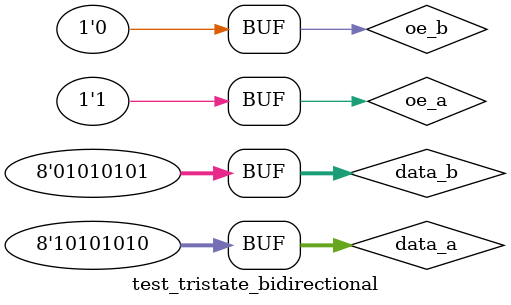
<source format=v>

module tristate_driver(
  inout wire bus,
  input [7:0] data_out,
  output reg [7:0] data_in,
  input output_enable
);
  // Drive bus when output_enable is high
  assign bus = output_enable ? data_out : 8'bz;

  // Read from bus
  always @(bus) begin
    data_in = bus;
  end
endmodule

module test_tristate_bidirectional;
  wire [7:0] shared_bus;
  reg [7:0] data_a, data_b;
  wire [7:0] read_a, read_b;
  reg oe_a, oe_b;

  tristate_driver drv_a(
    .bus(shared_bus),
    .data_out(data_a),
    .data_in(read_a),
    .output_enable(oe_a)
  );

  tristate_driver drv_b(
    .bus(shared_bus),
    .data_out(data_b),
    .data_in(read_b),
    .output_enable(oe_b)
  );

  initial begin
    data_a = 8'hAA;
    data_b = 8'h55;
    oe_a = 1;
    oe_b = 0;
  end
endmodule

</source>
